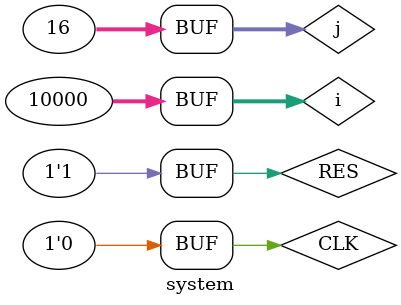
<source format=v>
`timescale 1ns / 1ps


module system;

	// Inputs
	reg CLK;
	reg RES;

	// Outputs
	wire        RD;
	wire        WR;
	wire [15:0] ADDR;

	// Bidirs
	wire [15:0] DATA;

	// Instantiate the Unit Under Test (UUT)
	core uut (
		.CLK(CLK), 
		.RES(RES), 
		.RD(RD), 
		.WR(WR), 
		.ADDR(ADDR), 
		.DATA(DATA)
	);

    reg [15:0] RAM [0:15];
    
    reg [15:0] DATAO = 0;

    integer j;

    initial
    begin
        for(j=0;j!=16;j=j+1)
        begin
            RAM[j] = j;
        end
    end

    reg [3:0] RPTR = 0;
    reg [3:0] XPTR = 0;

    assign DATA = RD ? DATAO : 16'hzzzz;

    always@(posedge CLK)
    begin
        DATAO <= RAM[RPTR];
        if(RD)
        begin
            RPTR <= RPTR+1;
        end
        
        if(WR)
        begin
            RAM[XPTR] <= DATA;
            XPTR <= XPTR+1;
        end
    end
    
    integer i;

	initial begin
		// Initialize Inputs
		CLK = 0;
		RES = 0;

        for(i=0;i!=10000;i=i+1)
        begin
            #10 CLK = !CLK;
            if(i>10)
            begin
                RES = 1;
            end
        end 
	end
      
endmodule

</source>
